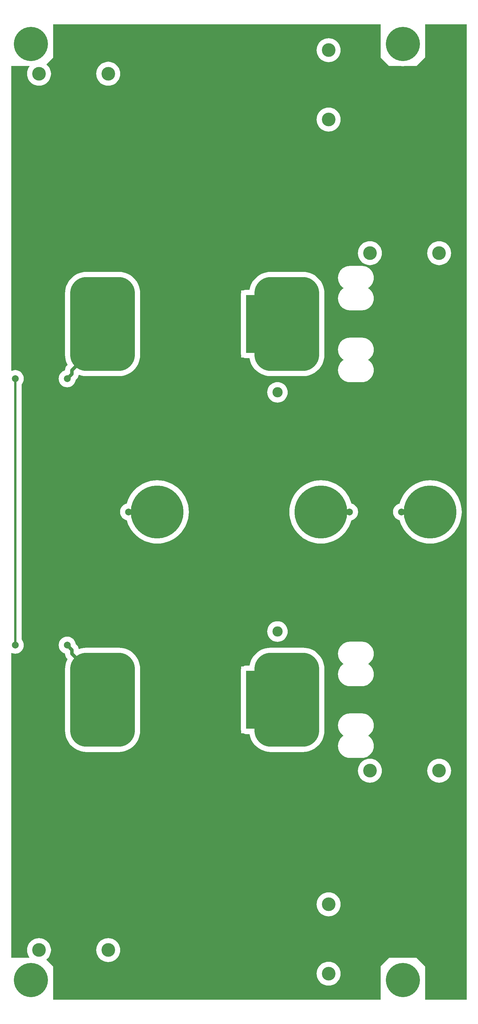
<source format=gtl>
G04*
G04 #@! TF.GenerationSoftware,Altium Limited,Altium Designer,18.1.9 (240)*
G04*
G04 Layer_Physical_Order=1*
G04 Layer_Color=255*
%FSLAX25Y25*%
%MOIN*%
G70*
G01*
G75*
%ADD10C,0.01968*%
%ADD14R,0.07087X0.14173*%
%ADD15R,0.06496X0.27953*%
%ADD27C,0.02657*%
%ADD28C,0.03937*%
%ADD29R,0.11811X0.66929*%
%ADD30C,0.39370*%
%ADD31C,0.61024*%
%ADD32C,0.07874*%
%ADD33C,0.15748*%
%ADD34C,0.11811*%
G04:AMPARAMS|DCode=35|XSize=748.03mil|YSize=1082.68mil|CornerRadius=187.01mil|HoleSize=0mil|Usage=FLASHONLY|Rotation=0.000|XOffset=0mil|YOffset=0mil|HoleType=Round|Shape=RoundedRectangle|*
%AMROUNDEDRECTD35*
21,1,0.74803,0.70866,0,0,0.0*
21,1,0.37402,1.08268,0,0,0.0*
1,1,0.37402,0.18701,-0.35433*
1,1,0.37402,-0.18701,-0.35433*
1,1,0.37402,-0.18701,0.35433*
1,1,0.37402,0.18701,0.35433*
%
%ADD35ROUNDEDRECTD35*%
G04:AMPARAMS|DCode=36|XSize=669.29mil|YSize=1082.68mil|CornerRadius=167.32mil|HoleSize=0mil|Usage=FLASHONLY|Rotation=0.000|XOffset=0mil|YOffset=0mil|HoleType=Round|Shape=RoundedRectangle|*
%AMROUNDEDRECTD36*
21,1,0.66929,0.74803,0,0,0.0*
21,1,0.33465,1.08268,0,0,0.0*
1,1,0.33465,0.16732,-0.37402*
1,1,0.33465,-0.16732,-0.37402*
1,1,0.33465,-0.16732,0.37402*
1,1,0.33465,0.16732,0.37402*
%
%ADD36ROUNDEDRECTD36*%
%ADD37C,0.03937*%
G36*
X262776Y-561989D02*
X214607D01*
Y-523622D01*
X204886Y-513900D01*
X191846D01*
X188976Y-513739D01*
X186107Y-513900D01*
X173067D01*
X163346Y-523622D01*
Y-561989D01*
X-214527D01*
Y-523622D01*
X-222124Y-516025D01*
X-222104Y-515525D01*
X-221132Y-514695D01*
X-219723Y-513046D01*
X-218590Y-511196D01*
X-217760Y-509193D01*
X-217253Y-507084D01*
X-217083Y-504921D01*
X-217253Y-502759D01*
X-217760Y-500650D01*
X-218590Y-498646D01*
X-219723Y-496797D01*
X-221132Y-495148D01*
X-222781Y-493739D01*
X-224630Y-492606D01*
X-226634Y-491776D01*
X-228743Y-491269D01*
X-230906Y-491099D01*
X-233068Y-491269D01*
X-235177Y-491776D01*
X-237181Y-492606D01*
X-239030Y-493739D01*
X-240679Y-495148D01*
X-242088Y-496797D01*
X-243221Y-498646D01*
X-244051Y-500650D01*
X-244557Y-502759D01*
X-244728Y-504921D01*
X-244557Y-507084D01*
X-244051Y-509193D01*
X-243221Y-511196D01*
X-242088Y-513046D01*
X-241800Y-513383D01*
X-241997Y-513842D01*
X-243027Y-513900D01*
X-262776Y-513900D01*
X-262776Y-162822D01*
X-262347Y-162565D01*
X-262131Y-162681D01*
X-260276Y-163243D01*
X-258347Y-163433D01*
X-256417Y-163243D01*
X-254562Y-162681D01*
X-252852Y-161767D01*
X-251353Y-160537D01*
X-250123Y-159038D01*
X-249209Y-157328D01*
X-248646Y-155473D01*
X-248456Y-153543D01*
X-248646Y-151614D01*
X-249209Y-149759D01*
X-250123Y-148049D01*
X-251077Y-146886D01*
X-251077Y146886D01*
X-250123Y148049D01*
X-249209Y149759D01*
X-248646Y151614D01*
X-248456Y153543D01*
X-248646Y155473D01*
X-249209Y157328D01*
X-250123Y159038D01*
X-251353Y160537D01*
X-252852Y161767D01*
X-254562Y162681D01*
X-256417Y163243D01*
X-258347Y163433D01*
X-260276Y163243D01*
X-262131Y162681D01*
X-262347Y162565D01*
X-262776Y162822D01*
X-262776Y513900D01*
X-243022Y513900D01*
X-241996Y513843D01*
X-241800Y513383D01*
X-242088Y513046D01*
X-243221Y511196D01*
X-244051Y509193D01*
X-244557Y507084D01*
X-244728Y504921D01*
X-244557Y502759D01*
X-244051Y500650D01*
X-243221Y498646D01*
X-242088Y496797D01*
X-240679Y495148D01*
X-239030Y493739D01*
X-237181Y492606D01*
X-235177Y491776D01*
X-233068Y491269D01*
X-230906Y491099D01*
X-228743Y491269D01*
X-226634Y491776D01*
X-224630Y492606D01*
X-222781Y493739D01*
X-221132Y495148D01*
X-219723Y496797D01*
X-218590Y498646D01*
X-217760Y500650D01*
X-217253Y502759D01*
X-217083Y504921D01*
X-217253Y507084D01*
X-217760Y509193D01*
X-218590Y511196D01*
X-219723Y513046D01*
X-221132Y514695D01*
X-222104Y515525D01*
X-222124Y516025D01*
X-214527Y523622D01*
Y561989D01*
X163346D01*
Y523622D01*
X173067Y513900D01*
X186107D01*
X188976Y513739D01*
X191846Y513900D01*
X204886D01*
X214607Y523622D01*
Y561989D01*
X262776D01*
X262776Y-561989D01*
D02*
G37*
%LPC*%
G36*
X103347Y545909D02*
X101184Y545739D01*
X99075Y545232D01*
X97071Y544402D01*
X95222Y543269D01*
X93573Y541860D01*
X92164Y540211D01*
X91031Y538362D01*
X90201Y536358D01*
X89694Y534249D01*
X89524Y532087D01*
X89694Y529924D01*
X90201Y527815D01*
X91031Y525811D01*
X92164Y523962D01*
X93573Y522313D01*
X95222Y520904D01*
X97071Y519771D01*
X99075Y518941D01*
X101184Y518435D01*
X103347Y518264D01*
X105509Y518435D01*
X107618Y518941D01*
X109622Y519771D01*
X111471Y520904D01*
X113120Y522313D01*
X114529Y523962D01*
X115662Y525811D01*
X116492Y527815D01*
X116998Y529924D01*
X117169Y532087D01*
X116998Y534249D01*
X116492Y536358D01*
X115662Y538362D01*
X114529Y540211D01*
X113120Y541860D01*
X111471Y543269D01*
X109622Y544402D01*
X107618Y545232D01*
X105509Y545739D01*
X103347Y545909D01*
D02*
G37*
G36*
X-150984Y518743D02*
X-153147Y518573D01*
X-155255Y518067D01*
X-157259Y517237D01*
X-159109Y516104D01*
X-160758Y514695D01*
X-162167Y513046D01*
X-163300Y511196D01*
X-164130Y509193D01*
X-164636Y507084D01*
X-164806Y504921D01*
X-164636Y502759D01*
X-164130Y500650D01*
X-163300Y498646D01*
X-162167Y496797D01*
X-160758Y495148D01*
X-159109Y493739D01*
X-157259Y492606D01*
X-155255Y491776D01*
X-153147Y491269D01*
X-150984Y491099D01*
X-148822Y491269D01*
X-146713Y491776D01*
X-144709Y492606D01*
X-142860Y493739D01*
X-141210Y495148D01*
X-139802Y496797D01*
X-138669Y498646D01*
X-137839Y500650D01*
X-137332Y502759D01*
X-137162Y504921D01*
X-137332Y507084D01*
X-137839Y509193D01*
X-138669Y511196D01*
X-139802Y513046D01*
X-141210Y514695D01*
X-142860Y516104D01*
X-144709Y517237D01*
X-146713Y518067D01*
X-148822Y518573D01*
X-150984Y518743D01*
D02*
G37*
G36*
X103347Y465987D02*
X101184Y465817D01*
X99075Y465311D01*
X97071Y464481D01*
X95222Y463348D01*
X93573Y461939D01*
X92164Y460290D01*
X91031Y458440D01*
X90201Y456437D01*
X89694Y454328D01*
X89524Y452165D01*
X89694Y450003D01*
X90201Y447894D01*
X91031Y445890D01*
X92164Y444041D01*
X93573Y442392D01*
X95222Y440983D01*
X97071Y439850D01*
X99075Y439020D01*
X101184Y438513D01*
X103347Y438343D01*
X105509Y438513D01*
X107618Y439020D01*
X109622Y439850D01*
X111471Y440983D01*
X113120Y442392D01*
X114529Y444041D01*
X115662Y445890D01*
X116492Y447894D01*
X116998Y450003D01*
X117169Y452165D01*
X116998Y454328D01*
X116492Y456437D01*
X115662Y458440D01*
X114529Y460290D01*
X113120Y461939D01*
X111471Y463348D01*
X109622Y464481D01*
X107618Y465311D01*
X105509Y465817D01*
X103347Y465987D01*
D02*
G37*
G36*
X230906Y312051D02*
X228743Y311880D01*
X226634Y311374D01*
X224630Y310544D01*
X222781Y309411D01*
X221132Y308002D01*
X219723Y306353D01*
X218590Y304503D01*
X217760Y302500D01*
X217253Y300391D01*
X217083Y298228D01*
X217253Y296066D01*
X217760Y293957D01*
X218590Y291953D01*
X219723Y290104D01*
X221132Y288455D01*
X222781Y287046D01*
X224630Y285913D01*
X226634Y285083D01*
X228743Y284576D01*
X230906Y284406D01*
X233068Y284576D01*
X235177Y285083D01*
X237181Y285913D01*
X239030Y287046D01*
X240679Y288455D01*
X242088Y290104D01*
X243221Y291953D01*
X244051Y293957D01*
X244557Y296066D01*
X244728Y298228D01*
X244557Y300391D01*
X244051Y302500D01*
X243221Y304503D01*
X242088Y306353D01*
X240679Y308002D01*
X239030Y309411D01*
X237181Y310544D01*
X235177Y311374D01*
X233068Y311880D01*
X230906Y312051D01*
D02*
G37*
G36*
X150984D02*
X148822Y311880D01*
X146713Y311374D01*
X144709Y310544D01*
X142860Y309411D01*
X141210Y308002D01*
X139802Y306353D01*
X138669Y304503D01*
X137839Y302500D01*
X137332Y300391D01*
X137162Y298228D01*
X137332Y296066D01*
X137839Y293957D01*
X138669Y291953D01*
X139802Y290104D01*
X141210Y288455D01*
X142860Y287046D01*
X144709Y285913D01*
X146713Y285083D01*
X148822Y284576D01*
X150984Y284406D01*
X153147Y284576D01*
X155255Y285083D01*
X157259Y285913D01*
X159109Y287046D01*
X160758Y288455D01*
X162167Y290104D01*
X163300Y291953D01*
X164130Y293957D01*
X164636Y296066D01*
X164806Y298228D01*
X164636Y300391D01*
X164130Y302500D01*
X163300Y304503D01*
X162167Y306353D01*
X160758Y308002D01*
X159109Y309411D01*
X157259Y310544D01*
X155255Y311374D01*
X153147Y311880D01*
X150984Y312051D01*
D02*
G37*
G36*
X141732Y283507D02*
X127953D01*
X125791Y283337D01*
X123681Y282831D01*
X121678Y282001D01*
X119828Y280867D01*
X118179Y279459D01*
X116770Y277810D01*
X115637Y275960D01*
X114807Y273956D01*
X114301Y271847D01*
X114131Y269685D01*
X114301Y267523D01*
X114807Y265414D01*
X115637Y263410D01*
X116770Y261561D01*
X118179Y259911D01*
X119828Y258503D01*
X120446Y258124D01*
Y257624D01*
X119828Y257245D01*
X118179Y255837D01*
X116770Y254187D01*
X115637Y252338D01*
X114807Y250334D01*
X114301Y248225D01*
X114131Y246063D01*
X114301Y243901D01*
X114807Y241792D01*
X115637Y239788D01*
X116770Y237938D01*
X118179Y236289D01*
X119828Y234881D01*
X121678Y233747D01*
X123681Y232917D01*
X125791Y232411D01*
X127953Y232241D01*
X141732D01*
X143895Y232411D01*
X146003Y232917D01*
X148007Y233747D01*
X149857Y234881D01*
X151506Y236289D01*
X152915Y237938D01*
X154048Y239788D01*
X154878Y241792D01*
X155384Y243901D01*
X155554Y246063D01*
X155384Y248225D01*
X154878Y250334D01*
X154048Y252338D01*
X152915Y254187D01*
X151506Y255837D01*
X149857Y257245D01*
X149239Y257624D01*
Y258124D01*
X149857Y258503D01*
X151506Y259911D01*
X152915Y261561D01*
X154048Y263410D01*
X154878Y265414D01*
X155384Y267523D01*
X155554Y269685D01*
X155384Y271847D01*
X154878Y273956D01*
X154048Y275960D01*
X152915Y277810D01*
X151506Y279459D01*
X149857Y280867D01*
X148007Y282001D01*
X146003Y282831D01*
X143895Y283337D01*
X141732Y283507D01*
D02*
G37*
G36*
X73819Y276614D02*
X36417D01*
X33658Y276459D01*
X30933Y275996D01*
X28278Y275231D01*
X25724Y274173D01*
X23305Y272836D01*
X21051Y271237D01*
X18991Y269395D01*
X17149Y267335D01*
X15550Y265080D01*
X14213Y262662D01*
X13155Y260108D01*
X12390Y257453D01*
X12132Y255934D01*
X7874D01*
X6716Y255820D01*
X5603Y255482D01*
X4922Y255118D01*
X2559D01*
Y252584D01*
X2392Y252271D01*
X2054Y251158D01*
X1940Y250000D01*
Y183071D01*
X2054Y181913D01*
X2392Y180800D01*
X2559Y180487D01*
Y177953D01*
X4922D01*
X5603Y177588D01*
X6716Y177251D01*
X7874Y177137D01*
X12132D01*
X12390Y175618D01*
X13155Y172963D01*
X14213Y170409D01*
X15550Y167990D01*
X17149Y165736D01*
X18991Y163676D01*
X21051Y161834D01*
X23305Y160235D01*
X25724Y158898D01*
X28278Y157840D01*
X30933Y157075D01*
X33658Y156612D01*
X36417Y156457D01*
X73819D01*
X76578Y156612D01*
X79303Y157075D01*
X81959Y157840D01*
X84512Y158898D01*
X86931Y160235D01*
X89185Y161834D01*
X91246Y163676D01*
X93087Y165736D01*
X94687Y167990D01*
X96023Y170409D01*
X97081Y172963D01*
X97846Y175618D01*
X98309Y178343D01*
X98464Y181102D01*
Y251969D01*
X98309Y254728D01*
X97846Y257453D01*
X97081Y260108D01*
X96023Y262662D01*
X94687Y265080D01*
X93087Y267335D01*
X91246Y269395D01*
X89185Y271237D01*
X86931Y272836D01*
X84512Y274173D01*
X81959Y275231D01*
X79303Y275996D01*
X76578Y276459D01*
X73819Y276614D01*
D02*
G37*
G36*
X-138779D02*
X-176181D01*
X-178940Y276459D01*
X-181665Y275996D01*
X-184321Y275231D01*
X-186874Y274173D01*
X-189293Y272836D01*
X-191547Y271237D01*
X-193608Y269395D01*
X-195449Y267335D01*
X-197049Y265080D01*
X-198386Y262662D01*
X-199443Y260108D01*
X-200208Y257453D01*
X-200671Y254728D01*
X-200826Y251969D01*
Y181102D01*
X-200671Y178343D01*
X-200208Y175618D01*
X-199443Y172963D01*
X-198386Y170409D01*
X-197921Y169568D01*
X-198508Y168981D01*
X-199492Y167782D01*
X-200223Y166414D01*
X-200674Y164929D01*
X-200826Y163386D01*
Y163077D01*
X-202131Y162681D01*
X-203841Y161767D01*
X-205340Y160537D01*
X-206570Y159038D01*
X-207484Y157328D01*
X-208047Y155473D01*
X-208237Y153543D01*
X-208047Y151614D01*
X-207484Y149759D01*
X-206570Y148049D01*
X-205340Y146550D01*
X-203841Y145320D01*
X-202131Y144406D01*
X-200276Y143843D01*
X-198346Y143653D01*
X-196417Y143843D01*
X-194562Y144406D01*
X-192852Y145320D01*
X-191353Y146550D01*
X-190123Y148049D01*
X-189209Y149759D01*
X-188646Y151614D01*
X-188598Y152102D01*
X-187319Y153382D01*
X-186335Y154581D01*
X-185603Y155948D01*
X-185153Y157433D01*
X-185123Y157738D01*
X-184694Y157995D01*
X-184321Y157840D01*
X-181665Y157075D01*
X-178940Y156612D01*
X-176181Y156457D01*
X-138779D01*
X-136020Y156612D01*
X-133296Y157075D01*
X-130640Y157840D01*
X-128086Y158898D01*
X-125668Y160235D01*
X-123414Y161834D01*
X-121353Y163676D01*
X-119511Y165736D01*
X-117912Y167990D01*
X-116575Y170409D01*
X-115517Y172963D01*
X-114752Y175618D01*
X-114289Y178343D01*
X-114135Y181102D01*
Y251969D01*
X-114289Y254728D01*
X-114752Y257453D01*
X-115517Y260108D01*
X-116575Y262662D01*
X-117912Y265080D01*
X-119511Y267335D01*
X-121353Y269395D01*
X-123414Y271237D01*
X-125668Y272836D01*
X-128086Y274173D01*
X-130640Y275231D01*
X-133296Y275996D01*
X-136020Y276459D01*
X-138779Y276614D01*
D02*
G37*
G36*
X141732Y200830D02*
X127953D01*
X125791Y200660D01*
X123681Y200153D01*
X121678Y199323D01*
X119828Y198190D01*
X118179Y196782D01*
X116770Y195132D01*
X115637Y193283D01*
X114807Y191279D01*
X114301Y189170D01*
X114131Y187008D01*
X114301Y184846D01*
X114807Y182737D01*
X115637Y180733D01*
X116770Y178883D01*
X118179Y177234D01*
X119828Y175826D01*
X120446Y175447D01*
Y174947D01*
X119828Y174568D01*
X118179Y173160D01*
X116770Y171510D01*
X115637Y169661D01*
X114807Y167657D01*
X114301Y165548D01*
X114131Y163386D01*
X114301Y161224D01*
X114807Y159115D01*
X115637Y157111D01*
X116770Y155261D01*
X118179Y153612D01*
X119828Y152204D01*
X121678Y151070D01*
X123681Y150240D01*
X125791Y149734D01*
X127953Y149564D01*
X141732D01*
X143895Y149734D01*
X146003Y150240D01*
X148007Y151070D01*
X149857Y152204D01*
X151506Y153612D01*
X152915Y155261D01*
X154048Y157111D01*
X154878Y159115D01*
X155384Y161224D01*
X155554Y163386D01*
X155384Y165548D01*
X154878Y167657D01*
X154048Y169661D01*
X152915Y171510D01*
X151506Y173160D01*
X149857Y174568D01*
X149239Y174947D01*
Y175447D01*
X149857Y175826D01*
X151506Y177234D01*
X152915Y178883D01*
X154048Y180733D01*
X154878Y182737D01*
X155384Y184846D01*
X155554Y187008D01*
X155384Y189170D01*
X154878Y191279D01*
X154048Y193283D01*
X152915Y195132D01*
X151506Y196782D01*
X149857Y198190D01*
X148007Y199323D01*
X146003Y200153D01*
X143895Y200660D01*
X141732Y200830D01*
D02*
G37*
G36*
X44291Y149643D02*
X42438Y149497D01*
X40630Y149063D01*
X38913Y148352D01*
X37328Y147380D01*
X35914Y146173D01*
X34707Y144759D01*
X33735Y143174D01*
X33024Y141456D01*
X32590Y139649D01*
X32444Y137795D01*
X32590Y135942D01*
X33024Y134134D01*
X33735Y132417D01*
X34707Y130832D01*
X35914Y129418D01*
X37328Y128210D01*
X38913Y127239D01*
X40630Y126528D01*
X42438Y126094D01*
X44291Y125948D01*
X46145Y126094D01*
X47952Y126528D01*
X49670Y127239D01*
X51255Y128210D01*
X52669Y129418D01*
X53876Y130832D01*
X54848Y132417D01*
X55559Y134134D01*
X55993Y135942D01*
X56139Y137795D01*
X55993Y139649D01*
X55559Y141456D01*
X54848Y143174D01*
X53876Y144759D01*
X52669Y146173D01*
X51255Y147380D01*
X49670Y148352D01*
X47952Y149063D01*
X46145Y149497D01*
X44291Y149643D01*
D02*
G37*
G36*
X220472Y36461D02*
X216899Y36286D01*
X213359Y35761D01*
X209888Y34891D01*
X206519Y33686D01*
X203285Y32156D01*
X200216Y30316D01*
X197342Y28185D01*
X194691Y25782D01*
X192288Y23131D01*
X190156Y20257D01*
X188317Y17188D01*
X186787Y13953D01*
X185581Y10584D01*
X185344Y9637D01*
X183695Y9137D01*
X181986Y8223D01*
X180487Y6993D01*
X179257Y5495D01*
X178343Y3785D01*
X177780Y1929D01*
X177590Y0D01*
X177780Y-1929D01*
X178343Y-3785D01*
X179257Y-5495D01*
X180487Y-6993D01*
X181986Y-8223D01*
X183695Y-9137D01*
X185344Y-9637D01*
X185581Y-10584D01*
X186787Y-13953D01*
X188317Y-17188D01*
X190156Y-20257D01*
X192288Y-23131D01*
X194691Y-25782D01*
X197342Y-28185D01*
X200216Y-30316D01*
X203285Y-32156D01*
X206519Y-33686D01*
X209888Y-34891D01*
X213359Y-35761D01*
X216899Y-36286D01*
X220472Y-36461D01*
X224046Y-36286D01*
X227586Y-35761D01*
X231057Y-34891D01*
X234426Y-33686D01*
X237660Y-32156D01*
X240729Y-30316D01*
X243603Y-28185D01*
X246254Y-25782D01*
X248657Y-23131D01*
X250789Y-20257D01*
X252628Y-17188D01*
X254158Y-13953D01*
X255364Y-10584D01*
X256233Y-7113D01*
X256758Y-3574D01*
X256934Y0D01*
X256758Y3574D01*
X256233Y7113D01*
X255364Y10584D01*
X254158Y13953D01*
X252628Y17188D01*
X250789Y20257D01*
X248657Y23131D01*
X246254Y25782D01*
X243603Y28185D01*
X240729Y30316D01*
X237660Y32156D01*
X234426Y33686D01*
X231057Y34891D01*
X227586Y35761D01*
X224046Y36286D01*
X220472Y36461D01*
D02*
G37*
G36*
X94488D02*
X90914Y36286D01*
X87375Y35761D01*
X83904Y34891D01*
X80535Y33686D01*
X77301Y32156D01*
X74231Y30316D01*
X71357Y28185D01*
X68706Y25782D01*
X66303Y23131D01*
X64172Y20257D01*
X62332Y17188D01*
X60802Y13953D01*
X59597Y10584D01*
X58728Y7113D01*
X58202Y3574D01*
X58027Y0D01*
X58202Y-3574D01*
X58728Y-7113D01*
X59597Y-10584D01*
X60802Y-13953D01*
X62332Y-17188D01*
X64172Y-20257D01*
X66303Y-23131D01*
X68706Y-25782D01*
X71357Y-28185D01*
X74231Y-30316D01*
X77301Y-32156D01*
X80535Y-33686D01*
X83904Y-34891D01*
X87375Y-35761D01*
X90914Y-36286D01*
X94488Y-36461D01*
X98062Y-36286D01*
X101601Y-35761D01*
X105072Y-34891D01*
X108441Y-33686D01*
X111676Y-32156D01*
X114745Y-30316D01*
X117619Y-28185D01*
X120270Y-25782D01*
X122673Y-23131D01*
X124805Y-20257D01*
X126644Y-17188D01*
X128174Y-13953D01*
X129379Y-10584D01*
X129617Y-9637D01*
X131265Y-9137D01*
X132975Y-8223D01*
X134474Y-6993D01*
X135704Y-5495D01*
X136618Y-3785D01*
X137180Y-1929D01*
X137371Y0D01*
X137180Y1929D01*
X136618Y3785D01*
X135704Y5495D01*
X134474Y6993D01*
X132975Y8223D01*
X131265Y9137D01*
X129617Y9637D01*
X129379Y10584D01*
X128174Y13953D01*
X126644Y17188D01*
X124805Y20257D01*
X122673Y23131D01*
X120270Y25782D01*
X117619Y28185D01*
X114745Y30316D01*
X111676Y32156D01*
X108441Y33686D01*
X105072Y34891D01*
X101601Y35761D01*
X98062Y36286D01*
X94488Y36461D01*
D02*
G37*
G36*
X-94488D02*
X-98062Y36286D01*
X-101601Y35761D01*
X-105072Y34891D01*
X-108441Y33686D01*
X-111676Y32156D01*
X-114745Y30316D01*
X-117619Y28185D01*
X-120270Y25782D01*
X-122673Y23131D01*
X-124805Y20257D01*
X-126644Y17188D01*
X-128174Y13953D01*
X-129379Y10584D01*
X-129617Y9637D01*
X-131265Y9137D01*
X-132975Y8223D01*
X-134474Y6993D01*
X-135704Y5495D01*
X-136618Y3785D01*
X-137180Y1929D01*
X-137370Y0D01*
X-137180Y-1929D01*
X-136618Y-3785D01*
X-135704Y-5495D01*
X-134474Y-6993D01*
X-132975Y-8223D01*
X-131265Y-9137D01*
X-129617Y-9637D01*
X-129379Y-10584D01*
X-128174Y-13953D01*
X-126644Y-17188D01*
X-124805Y-20257D01*
X-122673Y-23131D01*
X-120270Y-25782D01*
X-117619Y-28185D01*
X-114745Y-30316D01*
X-111676Y-32156D01*
X-108441Y-33686D01*
X-105072Y-34891D01*
X-101601Y-35761D01*
X-98062Y-36286D01*
X-94488Y-36461D01*
X-90914Y-36286D01*
X-87375Y-35761D01*
X-83904Y-34891D01*
X-80535Y-33686D01*
X-77301Y-32156D01*
X-74231Y-30316D01*
X-71357Y-28185D01*
X-68706Y-25782D01*
X-66303Y-23131D01*
X-64172Y-20257D01*
X-62332Y-17188D01*
X-60802Y-13953D01*
X-59597Y-10584D01*
X-58728Y-7113D01*
X-58202Y-3574D01*
X-58027Y0D01*
X-58202Y3574D01*
X-58728Y7113D01*
X-59597Y10584D01*
X-60802Y13953D01*
X-62332Y17188D01*
X-64172Y20257D01*
X-66303Y23131D01*
X-68706Y25782D01*
X-71357Y28185D01*
X-74231Y30316D01*
X-77301Y32156D01*
X-80535Y33686D01*
X-83904Y34891D01*
X-87375Y35761D01*
X-90914Y36286D01*
X-94488Y36461D01*
D02*
G37*
G36*
X44291Y-125948D02*
X42438Y-126094D01*
X40630Y-126528D01*
X38913Y-127239D01*
X37328Y-128210D01*
X35914Y-129418D01*
X34707Y-130832D01*
X33735Y-132417D01*
X33024Y-134134D01*
X32590Y-135942D01*
X32444Y-137795D01*
X32590Y-139649D01*
X33024Y-141456D01*
X33735Y-143174D01*
X34707Y-144759D01*
X35914Y-146173D01*
X37328Y-147380D01*
X38913Y-148352D01*
X40630Y-149063D01*
X42438Y-149497D01*
X44291Y-149643D01*
X46145Y-149497D01*
X47952Y-149063D01*
X49670Y-148352D01*
X51255Y-147380D01*
X52669Y-146173D01*
X53876Y-144759D01*
X54848Y-143174D01*
X55559Y-141456D01*
X55993Y-139649D01*
X56139Y-137795D01*
X55993Y-135942D01*
X55559Y-134134D01*
X54848Y-132417D01*
X53876Y-130832D01*
X52669Y-129418D01*
X51255Y-128210D01*
X49670Y-127239D01*
X47952Y-126528D01*
X46145Y-126094D01*
X44291Y-125948D01*
D02*
G37*
G36*
X141732Y-149564D02*
X127953D01*
X125791Y-149734D01*
X123681Y-150240D01*
X121678Y-151070D01*
X119828Y-152204D01*
X118179Y-153612D01*
X116770Y-155261D01*
X115637Y-157111D01*
X114807Y-159115D01*
X114301Y-161224D01*
X114131Y-163386D01*
X114301Y-165548D01*
X114807Y-167657D01*
X115637Y-169661D01*
X116770Y-171510D01*
X118179Y-173160D01*
X119828Y-174568D01*
X120446Y-174947D01*
Y-175447D01*
X119828Y-175826D01*
X118179Y-177234D01*
X116770Y-178883D01*
X115637Y-180733D01*
X114807Y-182737D01*
X114301Y-184846D01*
X114131Y-187008D01*
X114301Y-189170D01*
X114807Y-191279D01*
X115637Y-193283D01*
X116770Y-195132D01*
X118179Y-196782D01*
X119828Y-198190D01*
X121678Y-199323D01*
X123681Y-200153D01*
X125791Y-200660D01*
X127953Y-200830D01*
X141732D01*
X143895Y-200660D01*
X146003Y-200153D01*
X148007Y-199323D01*
X149857Y-198190D01*
X151506Y-196782D01*
X152915Y-195132D01*
X154048Y-193283D01*
X154878Y-191279D01*
X155384Y-189170D01*
X155554Y-187008D01*
X155384Y-184846D01*
X154878Y-182737D01*
X154048Y-180733D01*
X152915Y-178883D01*
X151506Y-177234D01*
X149857Y-175826D01*
X149239Y-175447D01*
Y-174947D01*
X149857Y-174568D01*
X151506Y-173160D01*
X152915Y-171510D01*
X154048Y-169661D01*
X154878Y-167657D01*
X155384Y-165548D01*
X155554Y-163386D01*
X155384Y-161224D01*
X154878Y-159115D01*
X154048Y-157111D01*
X152915Y-155261D01*
X151506Y-153612D01*
X149857Y-152204D01*
X148007Y-151070D01*
X146003Y-150240D01*
X143895Y-149734D01*
X141732Y-149564D01*
D02*
G37*
G36*
X73819Y-156457D02*
X36417D01*
X33658Y-156612D01*
X30933Y-157075D01*
X28278Y-157840D01*
X25724Y-158898D01*
X23305Y-160235D01*
X21051Y-161834D01*
X18991Y-163676D01*
X17149Y-165736D01*
X15550Y-167990D01*
X14213Y-170409D01*
X13155Y-172963D01*
X12390Y-175618D01*
X12132Y-177137D01*
X7874D01*
X6716Y-177251D01*
X5603Y-177588D01*
X4922Y-177953D01*
X2559D01*
Y-180487D01*
X2392Y-180800D01*
X2054Y-181913D01*
X1940Y-183071D01*
Y-250000D01*
X2054Y-251158D01*
X2392Y-252271D01*
X2559Y-252584D01*
Y-255118D01*
X4922D01*
X5603Y-255482D01*
X6716Y-255820D01*
X7874Y-255934D01*
X12132D01*
X12390Y-257453D01*
X13155Y-260108D01*
X14213Y-262662D01*
X15550Y-265080D01*
X17149Y-267335D01*
X18991Y-269395D01*
X21051Y-271237D01*
X23305Y-272836D01*
X25724Y-274173D01*
X28278Y-275231D01*
X30933Y-275996D01*
X33658Y-276459D01*
X36417Y-276614D01*
X73819D01*
X76578Y-276459D01*
X79303Y-275996D01*
X81959Y-275231D01*
X84512Y-274173D01*
X86931Y-272836D01*
X89185Y-271237D01*
X91246Y-269395D01*
X93087Y-267335D01*
X94687Y-265080D01*
X96023Y-262662D01*
X97081Y-260108D01*
X97846Y-257453D01*
X98309Y-254728D01*
X98464Y-251969D01*
Y-181102D01*
X98309Y-178343D01*
X97846Y-175618D01*
X97081Y-172963D01*
X96023Y-170409D01*
X94687Y-167990D01*
X93087Y-165736D01*
X91246Y-163676D01*
X89185Y-161834D01*
X86931Y-160235D01*
X84512Y-158898D01*
X81959Y-157840D01*
X79303Y-157075D01*
X76578Y-156612D01*
X73819Y-156457D01*
D02*
G37*
G36*
X-198346Y-143653D02*
X-200276Y-143843D01*
X-202131Y-144406D01*
X-203841Y-145320D01*
X-205340Y-146550D01*
X-206570Y-148049D01*
X-207484Y-149759D01*
X-208047Y-151614D01*
X-208237Y-153543D01*
X-208047Y-155473D01*
X-207484Y-157328D01*
X-206570Y-159038D01*
X-205340Y-160537D01*
X-203841Y-161767D01*
X-202131Y-162681D01*
X-200826Y-163077D01*
Y-163386D01*
X-200674Y-164929D01*
X-200223Y-166414D01*
X-199492Y-167782D01*
X-198508Y-168981D01*
X-197921Y-169568D01*
X-198386Y-170409D01*
X-199443Y-172963D01*
X-200208Y-175618D01*
X-200671Y-178343D01*
X-200826Y-181102D01*
Y-251969D01*
X-200671Y-254728D01*
X-200208Y-257453D01*
X-199443Y-260108D01*
X-198386Y-262662D01*
X-197049Y-265080D01*
X-195449Y-267335D01*
X-193608Y-269395D01*
X-191547Y-271237D01*
X-189293Y-272836D01*
X-186874Y-274173D01*
X-184321Y-275231D01*
X-181665Y-275996D01*
X-178940Y-276459D01*
X-176181Y-276614D01*
X-138779D01*
X-136020Y-276459D01*
X-133296Y-275996D01*
X-130640Y-275231D01*
X-128086Y-274173D01*
X-125668Y-272836D01*
X-123414Y-271237D01*
X-121353Y-269395D01*
X-119511Y-267335D01*
X-117912Y-265080D01*
X-116575Y-262662D01*
X-115517Y-260108D01*
X-114752Y-257453D01*
X-114289Y-254728D01*
X-114135Y-251969D01*
Y-181102D01*
X-114289Y-178343D01*
X-114752Y-175618D01*
X-115517Y-172963D01*
X-116575Y-170409D01*
X-117912Y-167990D01*
X-119511Y-165736D01*
X-121353Y-163676D01*
X-123414Y-161834D01*
X-125668Y-160235D01*
X-128086Y-158898D01*
X-130640Y-157840D01*
X-133296Y-157075D01*
X-136020Y-156612D01*
X-138779Y-156457D01*
X-176181D01*
X-178940Y-156612D01*
X-181665Y-157075D01*
X-184321Y-157840D01*
X-184694Y-157995D01*
X-185123Y-157738D01*
X-185153Y-157433D01*
X-185603Y-155948D01*
X-186335Y-154581D01*
X-187319Y-153382D01*
X-188598Y-152102D01*
X-188646Y-151614D01*
X-189209Y-149759D01*
X-190123Y-148049D01*
X-191353Y-146550D01*
X-192852Y-145320D01*
X-194562Y-144406D01*
X-196417Y-143843D01*
X-198346Y-143653D01*
D02*
G37*
G36*
X141732Y-232241D02*
X127953D01*
X125791Y-232411D01*
X123681Y-232917D01*
X121678Y-233747D01*
X119828Y-234881D01*
X118179Y-236289D01*
X116770Y-237938D01*
X115637Y-239788D01*
X114807Y-241792D01*
X114301Y-243901D01*
X114131Y-246063D01*
X114301Y-248225D01*
X114807Y-250334D01*
X115637Y-252338D01*
X116770Y-254187D01*
X118179Y-255837D01*
X119828Y-257245D01*
X120446Y-257624D01*
Y-258124D01*
X119828Y-258503D01*
X118179Y-259911D01*
X116770Y-261561D01*
X115637Y-263410D01*
X114807Y-265414D01*
X114301Y-267523D01*
X114131Y-269685D01*
X114301Y-271847D01*
X114807Y-273956D01*
X115637Y-275960D01*
X116770Y-277810D01*
X118179Y-279459D01*
X119828Y-280867D01*
X121678Y-282001D01*
X123681Y-282831D01*
X125791Y-283337D01*
X127953Y-283507D01*
X141732D01*
X143895Y-283337D01*
X146003Y-282831D01*
X148007Y-282001D01*
X149857Y-280867D01*
X151506Y-279459D01*
X152915Y-277810D01*
X154048Y-275960D01*
X154878Y-273956D01*
X155384Y-271847D01*
X155554Y-269685D01*
X155384Y-267523D01*
X154878Y-265414D01*
X154048Y-263410D01*
X152915Y-261561D01*
X151506Y-259911D01*
X149857Y-258503D01*
X149239Y-258124D01*
Y-257624D01*
X149857Y-257245D01*
X151506Y-255837D01*
X152915Y-254187D01*
X154048Y-252338D01*
X154878Y-250334D01*
X155384Y-248225D01*
X155554Y-246063D01*
X155384Y-243901D01*
X154878Y-241792D01*
X154048Y-239788D01*
X152915Y-237938D01*
X151506Y-236289D01*
X149857Y-234881D01*
X148007Y-233747D01*
X146003Y-232917D01*
X143895Y-232411D01*
X141732Y-232241D01*
D02*
G37*
G36*
X230906Y-284406D02*
X228743Y-284576D01*
X226634Y-285083D01*
X224630Y-285913D01*
X222781Y-287046D01*
X221132Y-288455D01*
X219723Y-290104D01*
X218590Y-291953D01*
X217760Y-293957D01*
X217253Y-296066D01*
X217083Y-298228D01*
X217253Y-300391D01*
X217760Y-302500D01*
X218590Y-304503D01*
X219723Y-306353D01*
X221132Y-308002D01*
X222781Y-309411D01*
X224630Y-310544D01*
X226634Y-311374D01*
X228743Y-311880D01*
X230906Y-312051D01*
X233068Y-311880D01*
X235177Y-311374D01*
X237181Y-310544D01*
X239030Y-309411D01*
X240679Y-308002D01*
X242088Y-306353D01*
X243221Y-304503D01*
X244051Y-302500D01*
X244557Y-300391D01*
X244728Y-298228D01*
X244557Y-296066D01*
X244051Y-293957D01*
X243221Y-291953D01*
X242088Y-290104D01*
X240679Y-288455D01*
X239030Y-287046D01*
X237181Y-285913D01*
X235177Y-285083D01*
X233068Y-284576D01*
X230906Y-284406D01*
D02*
G37*
G36*
X150984D02*
X148822Y-284576D01*
X146713Y-285083D01*
X144709Y-285913D01*
X142860Y-287046D01*
X141210Y-288455D01*
X139802Y-290104D01*
X138669Y-291953D01*
X137839Y-293957D01*
X137332Y-296066D01*
X137162Y-298228D01*
X137332Y-300391D01*
X137839Y-302500D01*
X138669Y-304503D01*
X139802Y-306353D01*
X141210Y-308002D01*
X142860Y-309411D01*
X144709Y-310544D01*
X146713Y-311374D01*
X148822Y-311880D01*
X150984Y-312051D01*
X153147Y-311880D01*
X155255Y-311374D01*
X157259Y-310544D01*
X159109Y-309411D01*
X160758Y-308002D01*
X162167Y-306353D01*
X163300Y-304503D01*
X164130Y-302500D01*
X164636Y-300391D01*
X164806Y-298228D01*
X164636Y-296066D01*
X164130Y-293957D01*
X163300Y-291953D01*
X162167Y-290104D01*
X160758Y-288455D01*
X159109Y-287046D01*
X157259Y-285913D01*
X155255Y-285083D01*
X153147Y-284576D01*
X150984Y-284406D01*
D02*
G37*
G36*
X103347Y-438343D02*
X101184Y-438513D01*
X99075Y-439020D01*
X97071Y-439850D01*
X95222Y-440983D01*
X93573Y-442392D01*
X92164Y-444041D01*
X91031Y-445890D01*
X90201Y-447894D01*
X89694Y-450003D01*
X89524Y-452165D01*
X89694Y-454328D01*
X90201Y-456437D01*
X91031Y-458440D01*
X92164Y-460290D01*
X93573Y-461939D01*
X95222Y-463348D01*
X97071Y-464481D01*
X99075Y-465311D01*
X101184Y-465817D01*
X103347Y-465987D01*
X105509Y-465817D01*
X107618Y-465311D01*
X109622Y-464481D01*
X111471Y-463348D01*
X113120Y-461939D01*
X114529Y-460290D01*
X115662Y-458440D01*
X116492Y-456437D01*
X116998Y-454328D01*
X117169Y-452165D01*
X116998Y-450003D01*
X116492Y-447894D01*
X115662Y-445890D01*
X114529Y-444041D01*
X113120Y-442392D01*
X111471Y-440983D01*
X109622Y-439850D01*
X107618Y-439020D01*
X105509Y-438513D01*
X103347Y-438343D01*
D02*
G37*
G36*
X-150984Y-491099D02*
X-153147Y-491269D01*
X-155255Y-491776D01*
X-157259Y-492606D01*
X-159109Y-493739D01*
X-160758Y-495148D01*
X-162167Y-496797D01*
X-163300Y-498646D01*
X-164130Y-500650D01*
X-164636Y-502759D01*
X-164806Y-504921D01*
X-164636Y-507084D01*
X-164130Y-509193D01*
X-163300Y-511196D01*
X-162167Y-513046D01*
X-160758Y-514695D01*
X-159109Y-516104D01*
X-157259Y-517237D01*
X-155255Y-518067D01*
X-153147Y-518573D01*
X-150984Y-518743D01*
X-148822Y-518573D01*
X-146713Y-518067D01*
X-144709Y-517237D01*
X-142860Y-516104D01*
X-141210Y-514695D01*
X-139802Y-513046D01*
X-138669Y-511196D01*
X-137839Y-509193D01*
X-137332Y-507084D01*
X-137162Y-504921D01*
X-137332Y-502759D01*
X-137839Y-500650D01*
X-138669Y-498646D01*
X-139802Y-496797D01*
X-141210Y-495148D01*
X-142860Y-493739D01*
X-144709Y-492606D01*
X-146713Y-491776D01*
X-148822Y-491269D01*
X-150984Y-491099D01*
D02*
G37*
G36*
X103347Y-518264D02*
X101184Y-518435D01*
X99075Y-518941D01*
X97071Y-519771D01*
X95222Y-520904D01*
X93573Y-522313D01*
X92164Y-523962D01*
X91031Y-525811D01*
X90201Y-527815D01*
X89694Y-529924D01*
X89524Y-532087D01*
X89694Y-534249D01*
X90201Y-536358D01*
X91031Y-538362D01*
X92164Y-540211D01*
X93573Y-541860D01*
X95222Y-543269D01*
X97071Y-544402D01*
X99075Y-545232D01*
X101184Y-545739D01*
X103347Y-545909D01*
X105509Y-545739D01*
X107618Y-545232D01*
X109622Y-544402D01*
X111471Y-543269D01*
X113120Y-541860D01*
X114529Y-540211D01*
X115662Y-538362D01*
X116492Y-536358D01*
X116998Y-534249D01*
X117169Y-532087D01*
X116998Y-529924D01*
X116492Y-527815D01*
X115662Y-525811D01*
X114529Y-523962D01*
X113120Y-522313D01*
X111471Y-520904D01*
X109622Y-519771D01*
X107618Y-518941D01*
X105509Y-518435D01*
X103347Y-518264D01*
D02*
G37*
%LPD*%
D10*
X-258347Y-153543D02*
X-258347Y-153543D01*
D14*
X-4134Y242126D02*
D03*
X12008D02*
D03*
X-4134Y190945D02*
D03*
X12008D02*
D03*
X-4134Y-242126D02*
D03*
X12008D02*
D03*
X-4134Y-190945D02*
D03*
X12008D02*
D03*
D15*
X12697Y216535D02*
D03*
X-4823D02*
D03*
X12697Y-216535D02*
D03*
X-4823D02*
D03*
D27*
X-258347Y153543D02*
X-258347Y-153543D01*
D28*
X-192913Y163386D02*
X-187008Y169291D01*
X-192913Y158976D02*
Y163386D01*
X-198346Y153543D02*
X-192913Y158976D01*
X-198346Y-153543D02*
X-192913Y-158976D01*
Y-163386D02*
Y-158976D01*
Y-163386D02*
X-187008Y-169291D01*
D29*
X13780Y216535D02*
D03*
Y-216535D02*
D03*
D30*
X188976Y539370D02*
D03*
X240158D02*
D03*
X-188976Y539370D02*
D03*
X-240158D02*
D03*
X188976Y-539370D02*
D03*
X240158D02*
D03*
X-240158Y-539370D02*
D03*
X-188976D02*
D03*
D31*
X220472Y0D02*
D03*
X94488D02*
D03*
X-220472D02*
D03*
X-94488D02*
D03*
D32*
X-187480D02*
D03*
X-127480D02*
D03*
X127480D02*
D03*
X187480D02*
D03*
X-258347Y153543D02*
D03*
X-198346D02*
D03*
Y-153543D02*
D03*
X-258347D02*
D03*
D33*
X-150984Y298228D02*
D03*
Y504921D02*
D03*
X-230906D02*
D03*
Y298228D02*
D03*
X150984Y504921D02*
D03*
Y298228D02*
D03*
X230906D02*
D03*
Y504921D02*
D03*
X-103347Y452165D02*
D03*
X103347D02*
D03*
Y532087D02*
D03*
X-103347D02*
D03*
X230906Y-504921D02*
D03*
Y-298228D02*
D03*
X150984D02*
D03*
Y-504921D02*
D03*
X-103347Y-532087D02*
D03*
X103347D02*
D03*
Y-452165D02*
D03*
X-103347D02*
D03*
X-150984Y-298228D02*
D03*
Y-504921D02*
D03*
X-230906D02*
D03*
Y-298228D02*
D03*
D34*
X-44291Y137795D02*
D03*
X44291D02*
D03*
X-44291Y-137795D02*
D03*
X44291D02*
D03*
D35*
X-157480Y-216535D02*
D03*
X55118D02*
D03*
Y216535D02*
D03*
X-157480D02*
D03*
D36*
X-51181Y-216535D02*
D03*
Y216535D02*
D03*
D37*
Y-240158D02*
D03*
Y-255906D02*
D03*
X-47244Y-263779D02*
D03*
X-43307Y-255906D02*
D03*
X-47244Y-248031D02*
D03*
X-43307Y-240158D02*
D03*
X-47244Y-232283D02*
D03*
X-39370D02*
D03*
X-35433Y-240158D02*
D03*
X-39370Y-248031D02*
D03*
X-31496Y-232283D02*
D03*
X-23622D02*
D03*
X-27559Y-240158D02*
D03*
X-31496Y-248031D02*
D03*
X-23622D02*
D03*
X-35433Y-255906D02*
D03*
X-27559D02*
D03*
X-39370Y-263779D02*
D03*
X-35433Y-224409D02*
D03*
X-27559D02*
D03*
X-31496Y-216535D02*
D03*
X-23622D02*
D03*
X-47244Y-169291D02*
D03*
X-43307Y-177165D02*
D03*
X-47244Y-185039D02*
D03*
X-43307Y-192913D02*
D03*
X-47244Y-200787D02*
D03*
X-39370D02*
D03*
X-35433Y-192913D02*
D03*
X-39370Y-185039D02*
D03*
X-31496Y-200787D02*
D03*
X-23622D02*
D03*
X-27559Y-192913D02*
D03*
X-31496Y-185039D02*
D03*
X-23622D02*
D03*
X-35433Y-177165D02*
D03*
X-27559D02*
D03*
X-39370Y-169291D02*
D03*
X-35433Y-208661D02*
D03*
X-27559D02*
D03*
X-51181Y-192913D02*
D03*
X-31496Y-263779D02*
D03*
Y-169291D02*
D03*
X-19685Y-224409D02*
D03*
Y-208661D02*
D03*
Y-192913D02*
D03*
Y-240158D02*
D03*
X-82677Y-192913D02*
D03*
Y-240158D02*
D03*
Y-224409D02*
D03*
Y-208661D02*
D03*
X-70866Y-263779D02*
D03*
Y-169291D02*
D03*
X-74803Y-224409D02*
D03*
X-66929D02*
D03*
X-62992Y-263779D02*
D03*
X-74803Y-255906D02*
D03*
X-66929D02*
D03*
X-78740Y-248031D02*
D03*
X-70866D02*
D03*
X-74803Y-240158D02*
D03*
X-78740Y-232283D02*
D03*
X-70866D02*
D03*
X-62992Y-248031D02*
D03*
X-66929Y-240158D02*
D03*
X-62992Y-232283D02*
D03*
X-55118D02*
D03*
X-59055Y-240158D02*
D03*
X-55118Y-248031D02*
D03*
X-59055Y-255906D02*
D03*
X-55118Y-263779D02*
D03*
X-78740Y-216535D02*
D03*
X-70866D02*
D03*
X-74803Y-208661D02*
D03*
X-66929D02*
D03*
X-62992Y-169291D02*
D03*
X-74803Y-177165D02*
D03*
X-66929D02*
D03*
X-78740Y-185039D02*
D03*
X-70866D02*
D03*
X-74803Y-192913D02*
D03*
X-78740Y-200787D02*
D03*
X-70866D02*
D03*
X-62992Y-185039D02*
D03*
X-66929Y-192913D02*
D03*
X-62992Y-200787D02*
D03*
X-55118D02*
D03*
X-59055Y-192913D02*
D03*
X-55118Y-185039D02*
D03*
X-59055Y-177165D02*
D03*
X-55118Y-169291D02*
D03*
X-51181Y-177165D02*
D03*
X88583Y-240158D02*
D03*
Y-192913D02*
D03*
Y-208661D02*
D03*
Y-224409D02*
D03*
X76772Y-169291D02*
D03*
Y-263779D02*
D03*
X57087Y-192913D02*
D03*
Y-177165D02*
D03*
X80709Y-208661D02*
D03*
X72835D02*
D03*
X68898Y-169291D02*
D03*
X80709Y-177165D02*
D03*
X72835D02*
D03*
X84646Y-185039D02*
D03*
X76772D02*
D03*
X80709Y-192913D02*
D03*
X84646Y-200787D02*
D03*
X76772D02*
D03*
X68898Y-185039D02*
D03*
X72835Y-192913D02*
D03*
X68898Y-200787D02*
D03*
X61024D02*
D03*
X64961Y-192913D02*
D03*
X61024Y-185039D02*
D03*
X64961Y-177165D02*
D03*
X61024Y-169291D02*
D03*
X84646Y-216535D02*
D03*
X76772D02*
D03*
X80709Y-224409D02*
D03*
X72835D02*
D03*
X68898Y-263779D02*
D03*
X80709Y-255906D02*
D03*
X72835D02*
D03*
X84646Y-248031D02*
D03*
X76772D02*
D03*
X80709Y-240158D02*
D03*
X84646Y-232283D02*
D03*
X76772D02*
D03*
X68898Y-248031D02*
D03*
X72835Y-240158D02*
D03*
X68898Y-232283D02*
D03*
X61024D02*
D03*
X64961Y-240158D02*
D03*
X61024Y-248031D02*
D03*
X64961Y-255906D02*
D03*
X61024Y-263779D02*
D03*
X57087Y-255906D02*
D03*
Y-240158D02*
D03*
X29528Y-263779D02*
D03*
Y-169291D02*
D03*
X49213Y-240158D02*
D03*
Y-255906D02*
D03*
X25591Y-224409D02*
D03*
X33465D02*
D03*
X37402Y-263779D02*
D03*
X25591Y-255906D02*
D03*
X33465D02*
D03*
X21654Y-248031D02*
D03*
X29528D02*
D03*
X25591Y-240158D02*
D03*
X21654Y-232283D02*
D03*
X29528D02*
D03*
X37402Y-248031D02*
D03*
X33465Y-240158D02*
D03*
X37402Y-232283D02*
D03*
X45276D02*
D03*
X41339Y-240158D02*
D03*
X45276Y-248031D02*
D03*
X41339Y-255906D02*
D03*
X45276Y-263779D02*
D03*
X21654Y-216535D02*
D03*
X29528D02*
D03*
X25591Y-208661D02*
D03*
X33465D02*
D03*
X37402Y-169291D02*
D03*
X25591Y-177165D02*
D03*
X33465D02*
D03*
X21654Y-185039D02*
D03*
X29528D02*
D03*
X25591Y-192913D02*
D03*
X21654Y-200787D02*
D03*
X29528D02*
D03*
X37402Y-185039D02*
D03*
X33465Y-192913D02*
D03*
X37402Y-200787D02*
D03*
X45276D02*
D03*
X41339Y-192913D02*
D03*
X45276Y-185039D02*
D03*
X41339Y-177165D02*
D03*
X45276Y-169291D02*
D03*
X49213Y-177165D02*
D03*
Y-192913D02*
D03*
X53150Y-232283D02*
D03*
Y-248031D02*
D03*
Y-263779D02*
D03*
Y-200787D02*
D03*
Y-185039D02*
D03*
Y-169291D02*
D03*
X88583Y-177165D02*
D03*
Y-255906D02*
D03*
X-78740Y-263779D02*
D03*
X-23622D02*
D03*
X-78740Y-169291D02*
D03*
X-23622D02*
D03*
X84646Y-263779D02*
D03*
Y-169291D02*
D03*
X-187008Y-263779D02*
D03*
Y-169291D02*
D03*
X-190945Y-177165D02*
D03*
Y-255906D02*
D03*
X-155512Y-263779D02*
D03*
Y-248031D02*
D03*
Y-232283D02*
D03*
Y-169291D02*
D03*
Y-185039D02*
D03*
Y-200787D02*
D03*
X-151575Y-240158D02*
D03*
Y-255906D02*
D03*
X-147638Y-263779D02*
D03*
X-143701Y-255906D02*
D03*
X-147638Y-248031D02*
D03*
X-143701Y-240158D02*
D03*
X-147638Y-232283D02*
D03*
X-139764D02*
D03*
X-135827Y-240158D02*
D03*
X-139764Y-248031D02*
D03*
X-131890Y-232283D02*
D03*
X-124016D02*
D03*
X-127953Y-240158D02*
D03*
X-131890Y-248031D02*
D03*
X-124016D02*
D03*
X-135827Y-255906D02*
D03*
X-127953D02*
D03*
X-139764Y-263779D02*
D03*
X-135827Y-224409D02*
D03*
X-127953D02*
D03*
X-131890Y-216535D02*
D03*
X-124016D02*
D03*
X-147638Y-169291D02*
D03*
X-143701Y-177165D02*
D03*
X-147638Y-185039D02*
D03*
X-143701Y-192913D02*
D03*
X-147638Y-200787D02*
D03*
X-139764D02*
D03*
X-135827Y-192913D02*
D03*
X-139764Y-185039D02*
D03*
X-131890Y-200787D02*
D03*
X-124016D02*
D03*
X-127953Y-192913D02*
D03*
X-131890Y-185039D02*
D03*
X-124016D02*
D03*
X-135827Y-177165D02*
D03*
X-127953D02*
D03*
X-139764Y-169291D02*
D03*
X-135827Y-208661D02*
D03*
X-127953D02*
D03*
X-151575Y-177165D02*
D03*
Y-192913D02*
D03*
X-131890Y-263779D02*
D03*
Y-169291D02*
D03*
X-159449Y-192913D02*
D03*
Y-177165D02*
D03*
X-163386Y-169291D02*
D03*
X-167323Y-177165D02*
D03*
X-163386Y-185039D02*
D03*
X-167323Y-192913D02*
D03*
X-163386Y-200787D02*
D03*
X-171260D02*
D03*
X-175197Y-192913D02*
D03*
X-171260Y-185039D02*
D03*
X-179134Y-200787D02*
D03*
X-187008D02*
D03*
X-183071Y-192913D02*
D03*
X-179134Y-185039D02*
D03*
X-187008D02*
D03*
X-175197Y-177165D02*
D03*
X-183071D02*
D03*
X-171260Y-169291D02*
D03*
X-175197Y-208661D02*
D03*
X-183071D02*
D03*
X-179134Y-216535D02*
D03*
X-187008D02*
D03*
X-163386Y-263779D02*
D03*
X-167323Y-255906D02*
D03*
X-163386Y-248031D02*
D03*
X-167323Y-240158D02*
D03*
X-163386Y-232283D02*
D03*
X-171260D02*
D03*
X-175197Y-240158D02*
D03*
X-171260Y-248031D02*
D03*
X-179134Y-232283D02*
D03*
X-187008D02*
D03*
X-183071Y-240158D02*
D03*
X-179134Y-248031D02*
D03*
X-187008D02*
D03*
X-175197Y-255906D02*
D03*
X-183071D02*
D03*
X-171260Y-263779D02*
D03*
X-175197Y-224409D02*
D03*
X-183071D02*
D03*
X-159449Y-255906D02*
D03*
Y-240158D02*
D03*
X-179134Y-169291D02*
D03*
Y-263779D02*
D03*
X-190945Y-208661D02*
D03*
Y-224409D02*
D03*
Y-240158D02*
D03*
Y-192913D02*
D03*
Y240158D02*
D03*
Y192913D02*
D03*
Y208661D02*
D03*
Y224409D02*
D03*
X-179134Y169291D02*
D03*
Y263779D02*
D03*
X-159449Y192913D02*
D03*
Y177165D02*
D03*
X-183071Y208661D02*
D03*
X-175197D02*
D03*
X-171260Y169291D02*
D03*
X-183071Y177165D02*
D03*
X-175197D02*
D03*
X-187008Y185039D02*
D03*
X-179134D02*
D03*
X-183071Y192913D02*
D03*
X-187008Y200787D02*
D03*
X-179134D02*
D03*
X-171260Y185039D02*
D03*
X-175197Y192913D02*
D03*
X-171260Y200787D02*
D03*
X-163386D02*
D03*
X-167323Y192913D02*
D03*
X-163386Y185039D02*
D03*
X-167323Y177165D02*
D03*
X-163386Y169291D02*
D03*
X-187008Y216535D02*
D03*
X-179134D02*
D03*
X-183071Y224409D02*
D03*
X-175197D02*
D03*
X-171260Y263779D02*
D03*
X-183071Y255906D02*
D03*
X-175197D02*
D03*
X-187008Y248031D02*
D03*
X-179134D02*
D03*
X-183071Y240158D02*
D03*
X-187008Y232283D02*
D03*
X-179134D02*
D03*
X-171260Y248031D02*
D03*
X-175197Y240158D02*
D03*
X-171260Y232283D02*
D03*
X-163386D02*
D03*
X-167323Y240158D02*
D03*
X-163386Y248031D02*
D03*
X-167323Y255906D02*
D03*
X-163386Y263779D02*
D03*
X-159449Y255906D02*
D03*
Y240158D02*
D03*
X-131890Y263779D02*
D03*
Y169291D02*
D03*
X-151575Y240158D02*
D03*
Y255906D02*
D03*
X-127953Y224409D02*
D03*
X-135827D02*
D03*
X-139764Y263779D02*
D03*
X-127953Y255906D02*
D03*
X-135827D02*
D03*
X-124016Y248031D02*
D03*
X-131890D02*
D03*
X-127953Y240158D02*
D03*
X-124016Y232283D02*
D03*
X-131890D02*
D03*
X-139764Y248031D02*
D03*
X-135827Y240158D02*
D03*
X-139764Y232283D02*
D03*
X-147638D02*
D03*
X-143701Y240158D02*
D03*
X-147638Y248031D02*
D03*
X-143701Y255906D02*
D03*
X-147638Y263779D02*
D03*
X-124016Y216535D02*
D03*
X-131890D02*
D03*
X-127953Y208661D02*
D03*
X-135827D02*
D03*
X-139764Y169291D02*
D03*
X-127953Y177165D02*
D03*
X-135827D02*
D03*
X-124016Y185039D02*
D03*
X-131890D02*
D03*
X-127953Y192913D02*
D03*
X-124016Y200787D02*
D03*
X-131890D02*
D03*
X-139764Y185039D02*
D03*
X-135827Y192913D02*
D03*
X-139764Y200787D02*
D03*
X-147638D02*
D03*
X-143701Y192913D02*
D03*
X-147638Y185039D02*
D03*
X-143701Y177165D02*
D03*
X-147638Y169291D02*
D03*
X-151575Y177165D02*
D03*
Y192913D02*
D03*
X-155512Y232283D02*
D03*
Y248031D02*
D03*
Y263779D02*
D03*
Y200787D02*
D03*
Y185039D02*
D03*
Y169291D02*
D03*
X-190945Y177165D02*
D03*
Y255906D02*
D03*
X-187008Y263779D02*
D03*
Y169291D02*
D03*
X84646Y263779D02*
D03*
Y169291D02*
D03*
X-23622Y263779D02*
D03*
X-78740D02*
D03*
X-23622Y169291D02*
D03*
X-78740D02*
D03*
X88583Y177165D02*
D03*
Y255906D02*
D03*
X53150Y263779D02*
D03*
Y248031D02*
D03*
Y232283D02*
D03*
Y169291D02*
D03*
Y185039D02*
D03*
Y200787D02*
D03*
X49213Y240158D02*
D03*
Y255906D02*
D03*
X45276Y263779D02*
D03*
X41339Y255906D02*
D03*
X45276Y248031D02*
D03*
X41339Y240158D02*
D03*
X45276Y232283D02*
D03*
X37402D02*
D03*
X33465Y240158D02*
D03*
X37402Y248031D02*
D03*
X29528Y232283D02*
D03*
X21654D02*
D03*
X25591Y240158D02*
D03*
X29528Y248031D02*
D03*
X21654D02*
D03*
X33465Y255906D02*
D03*
X25591D02*
D03*
X37402Y263779D02*
D03*
X33465Y224409D02*
D03*
X25591D02*
D03*
X29528Y216535D02*
D03*
X21654D02*
D03*
X45276Y169291D02*
D03*
X41339Y177165D02*
D03*
X45276Y185039D02*
D03*
X41339Y192913D02*
D03*
X45276Y200787D02*
D03*
X37402D02*
D03*
X33465Y192913D02*
D03*
X37402Y185039D02*
D03*
X29528Y200787D02*
D03*
X21654D02*
D03*
X25591Y192913D02*
D03*
X29528Y185039D02*
D03*
X21654D02*
D03*
X33465Y177165D02*
D03*
X25591D02*
D03*
X37402Y169291D02*
D03*
X33465Y208661D02*
D03*
X25591D02*
D03*
X49213Y177165D02*
D03*
Y192913D02*
D03*
X29528Y263779D02*
D03*
Y169291D02*
D03*
X57087Y192913D02*
D03*
Y177165D02*
D03*
X61024Y169291D02*
D03*
X64961Y177165D02*
D03*
X61024Y185039D02*
D03*
X64961Y192913D02*
D03*
X61024Y200787D02*
D03*
X68898D02*
D03*
X72835Y192913D02*
D03*
X68898Y185039D02*
D03*
X76772Y200787D02*
D03*
X84646D02*
D03*
X80709Y192913D02*
D03*
X76772Y185039D02*
D03*
X84646D02*
D03*
X72835Y177165D02*
D03*
X80709D02*
D03*
X68898Y169291D02*
D03*
X72835Y208661D02*
D03*
X80709D02*
D03*
X76772Y216535D02*
D03*
X84646D02*
D03*
X61024Y263779D02*
D03*
X64961Y255906D02*
D03*
X61024Y248031D02*
D03*
X64961Y240158D02*
D03*
X61024Y232283D02*
D03*
X68898D02*
D03*
X72835Y240158D02*
D03*
X68898Y248031D02*
D03*
X76772Y232283D02*
D03*
X84646D02*
D03*
X80709Y240158D02*
D03*
X76772Y248031D02*
D03*
X84646D02*
D03*
X72835Y255906D02*
D03*
X80709D02*
D03*
X68898Y263779D02*
D03*
X72835Y224409D02*
D03*
X80709D02*
D03*
X57087Y255906D02*
D03*
Y240158D02*
D03*
X76772Y169291D02*
D03*
Y263779D02*
D03*
X88583Y208661D02*
D03*
Y224409D02*
D03*
Y240158D02*
D03*
Y192913D02*
D03*
X-51181Y255906D02*
D03*
X-55118Y263779D02*
D03*
X-59055Y255906D02*
D03*
X-55118Y248031D02*
D03*
X-59055Y240158D02*
D03*
X-55118Y232283D02*
D03*
X-62992D02*
D03*
X-66929Y240158D02*
D03*
X-62992Y248031D02*
D03*
X-70866Y232283D02*
D03*
X-78740D02*
D03*
X-74803Y240158D02*
D03*
X-70866Y248031D02*
D03*
X-78740D02*
D03*
X-66929Y255906D02*
D03*
X-74803D02*
D03*
X-62992Y263779D02*
D03*
X-66929Y224409D02*
D03*
X-74803D02*
D03*
X-70866Y216535D02*
D03*
X-78740D02*
D03*
X-55118Y169291D02*
D03*
X-59055Y177165D02*
D03*
X-55118Y185039D02*
D03*
X-59055Y192913D02*
D03*
X-55118Y200787D02*
D03*
X-62992D02*
D03*
X-66929Y192913D02*
D03*
X-62992Y185039D02*
D03*
X-70866Y200787D02*
D03*
X-78740D02*
D03*
X-74803Y192913D02*
D03*
X-70866Y185039D02*
D03*
X-78740D02*
D03*
X-66929Y177165D02*
D03*
X-74803D02*
D03*
X-62992Y169291D02*
D03*
X-66929Y208661D02*
D03*
X-74803D02*
D03*
X-70866Y263779D02*
D03*
Y169291D02*
D03*
X-82677Y224409D02*
D03*
Y208661D02*
D03*
Y192913D02*
D03*
Y240158D02*
D03*
X-19685Y192913D02*
D03*
Y240158D02*
D03*
Y224409D02*
D03*
Y208661D02*
D03*
X-31496Y263779D02*
D03*
Y169291D02*
D03*
X-51181Y240158D02*
D03*
X-27559Y224409D02*
D03*
X-35433D02*
D03*
X-39370Y263779D02*
D03*
X-27559Y255906D02*
D03*
X-35433D02*
D03*
X-23622Y248031D02*
D03*
X-31496D02*
D03*
X-27559Y240158D02*
D03*
X-23622Y232283D02*
D03*
X-31496D02*
D03*
X-39370Y248031D02*
D03*
X-35433Y240158D02*
D03*
X-39370Y232283D02*
D03*
X-47244D02*
D03*
X-43307Y240158D02*
D03*
X-47244Y248031D02*
D03*
X-43307Y255906D02*
D03*
X-47244Y263779D02*
D03*
X-23622Y216535D02*
D03*
X-31496D02*
D03*
X-27559Y208661D02*
D03*
X-35433D02*
D03*
X-39370Y169291D02*
D03*
X-27559Y177165D02*
D03*
X-35433D02*
D03*
X-23622Y185039D02*
D03*
X-31496D02*
D03*
X-27559Y192913D02*
D03*
X-23622Y200787D02*
D03*
X-31496D02*
D03*
X-39370Y185039D02*
D03*
X-35433Y192913D02*
D03*
X-39370Y200787D02*
D03*
X-47244D02*
D03*
X-43307Y192913D02*
D03*
X-47244Y185039D02*
D03*
X-43307Y177165D02*
D03*
X-47244Y169291D02*
D03*
X-51181Y177165D02*
D03*
Y192913D02*
D03*
X195866Y551303D02*
D03*
X202756Y539370D02*
D03*
X200910Y546260D02*
D03*
Y532480D02*
D03*
X188976Y525591D02*
D03*
X195866Y527437D02*
D03*
X182087D02*
D03*
X175197Y539370D02*
D03*
X177043Y532480D02*
D03*
X182087Y551303D02*
D03*
X188976Y553150D02*
D03*
X177043Y546260D02*
D03*
X247047Y551303D02*
D03*
X253937Y539370D02*
D03*
X252091Y546260D02*
D03*
Y532480D02*
D03*
X240158Y525591D02*
D03*
X247047Y527437D02*
D03*
X233268D02*
D03*
X226378Y539370D02*
D03*
X228224Y532480D02*
D03*
Y546260D02*
D03*
X240158Y553150D02*
D03*
X233268Y551303D02*
D03*
X-195866Y551304D02*
D03*
X-202756Y539370D02*
D03*
X-200910Y546260D02*
D03*
Y532480D02*
D03*
X-188976Y525591D02*
D03*
X-195866Y527437D02*
D03*
X-182087D02*
D03*
X-175197Y539370D02*
D03*
X-177043Y532480D02*
D03*
X-182087Y551304D02*
D03*
X-188976Y553150D02*
D03*
X-177043Y546260D02*
D03*
X-247047Y551304D02*
D03*
X-253937Y539370D02*
D03*
X-252091Y546260D02*
D03*
Y532480D02*
D03*
X-240158Y525591D02*
D03*
X-247047Y527437D02*
D03*
X-233268D02*
D03*
X-226378Y539370D02*
D03*
X-228224Y532480D02*
D03*
Y546260D02*
D03*
X-240158Y553150D02*
D03*
X-233268Y551304D02*
D03*
X195866Y-551303D02*
D03*
X202756Y-539370D02*
D03*
X200910Y-546260D02*
D03*
Y-532480D02*
D03*
X188976Y-525591D02*
D03*
X195866Y-527437D02*
D03*
X182087D02*
D03*
X175197Y-539370D02*
D03*
X177043Y-532480D02*
D03*
X182087Y-551303D02*
D03*
X188976Y-553150D02*
D03*
X177043Y-546260D02*
D03*
X247047Y-551303D02*
D03*
X253937Y-539370D02*
D03*
X252091Y-546260D02*
D03*
Y-532480D02*
D03*
X240158Y-525591D02*
D03*
X247047Y-527437D02*
D03*
X233268D02*
D03*
X226378Y-539370D02*
D03*
X228224Y-532480D02*
D03*
Y-546260D02*
D03*
X240158Y-553150D02*
D03*
X233268Y-551303D02*
D03*
X-233268Y-551303D02*
D03*
X-240158Y-553150D02*
D03*
X-228224Y-546260D02*
D03*
Y-532480D02*
D03*
X-226378Y-539370D02*
D03*
X-233268Y-527437D02*
D03*
X-247047D02*
D03*
X-240158Y-525591D02*
D03*
X-252091Y-532480D02*
D03*
Y-546260D02*
D03*
X-253937Y-539370D02*
D03*
X-247047Y-551303D02*
D03*
X-177043Y-546260D02*
D03*
X-188976Y-553150D02*
D03*
X-182087Y-551303D02*
D03*
X-177043Y-532480D02*
D03*
X-175197Y-539370D02*
D03*
X-182087Y-527437D02*
D03*
X-195866D02*
D03*
X-188976Y-525591D02*
D03*
X-200910Y-532480D02*
D03*
Y-546260D02*
D03*
X-202756Y-539370D02*
D03*
X-195866Y-551303D02*
D03*
X232283Y-20457D02*
D03*
X228346Y-13638D02*
D03*
X240930Y-11811D02*
D03*
X234111Y-7874D02*
D03*
X244094Y-0D02*
D03*
X236221Y0D02*
D03*
X240930Y11811D02*
D03*
X234111Y7874D02*
D03*
X232283Y20457D02*
D03*
X228346Y13638D02*
D03*
X220473Y23622D02*
D03*
X220472Y15748D02*
D03*
X208661Y20457D02*
D03*
X212598Y13638D02*
D03*
X200015Y11811D02*
D03*
X206834Y7874D02*
D03*
X196850Y0D02*
D03*
X204724Y0D02*
D03*
X200015Y-11811D02*
D03*
X206834Y-7874D02*
D03*
X208661Y-20457D02*
D03*
X212598Y-13638D02*
D03*
X220472Y-23622D02*
D03*
X220472Y-15748D02*
D03*
X106299Y-20457D02*
D03*
X102362Y-13638D02*
D03*
X114945Y-11811D02*
D03*
X108126Y-7874D02*
D03*
X118110Y-0D02*
D03*
X110236Y0D02*
D03*
X114945Y11811D02*
D03*
X108126Y7874D02*
D03*
X106299Y20457D02*
D03*
X102362Y13638D02*
D03*
X94488Y23622D02*
D03*
X94488Y15748D02*
D03*
X82677Y20457D02*
D03*
X86614Y13638D02*
D03*
X74031Y11811D02*
D03*
X80850Y7874D02*
D03*
X70866Y0D02*
D03*
X78740Y0D02*
D03*
X74031Y-11811D02*
D03*
X80850Y-7874D02*
D03*
X82677Y-20457D02*
D03*
X86614Y-13638D02*
D03*
X94488Y-23622D02*
D03*
X94488Y-15748D02*
D03*
X-82677Y-20457D02*
D03*
X-86614Y-13638D02*
D03*
X-74031Y-11811D02*
D03*
X-80850Y-7874D02*
D03*
X-70866Y-0D02*
D03*
X-78740Y0D02*
D03*
X-74031Y11811D02*
D03*
X-80850Y7874D02*
D03*
X-82677Y20457D02*
D03*
X-86614Y13638D02*
D03*
X-94488Y23622D02*
D03*
X-94488Y15748D02*
D03*
X-106299Y20457D02*
D03*
X-102362Y13638D02*
D03*
X-114945Y11811D02*
D03*
X-108126Y7874D02*
D03*
X-118110Y0D02*
D03*
X-110236Y0D02*
D03*
X-114945Y-11811D02*
D03*
X-108126Y-7874D02*
D03*
X-106299Y-20457D02*
D03*
X-102362Y-13638D02*
D03*
X-94488Y-23622D02*
D03*
X-94488Y-15748D02*
D03*
X-220472D02*
D03*
X-220472Y-23622D02*
D03*
X-228346Y-13638D02*
D03*
X-232283Y-20457D02*
D03*
X-234111Y-7874D02*
D03*
X-240930Y-11811D02*
D03*
X-236221Y0D02*
D03*
X-244094Y0D02*
D03*
X-234111Y7874D02*
D03*
X-240930Y11811D02*
D03*
X-228346Y13638D02*
D03*
X-232283Y20457D02*
D03*
X-220472Y15748D02*
D03*
X-220472Y23622D02*
D03*
X-212598Y13638D02*
D03*
X-208661Y20457D02*
D03*
X-206834Y7874D02*
D03*
X-200015Y11811D02*
D03*
X-204724Y0D02*
D03*
X-196850Y-0D02*
D03*
X-206834Y-7874D02*
D03*
X-200015Y-11811D02*
D03*
X-212598Y-13638D02*
D03*
X-208661Y-20457D02*
D03*
M02*

</source>
